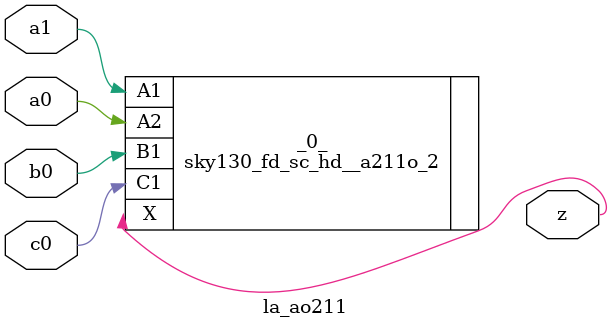
<source format=v>

module la_ao211(a0, a1, b0, c0, z);
  input a0;
  input a1;
  input b0;
  input c0;
  output z;
  sky130_fd_sc_hd__a211o_2 _0_ (
    .A1(a1),
    .A2(a0),
    .B1(b0),
    .C1(c0),
    .X(z)
  );
endmodule

</source>
